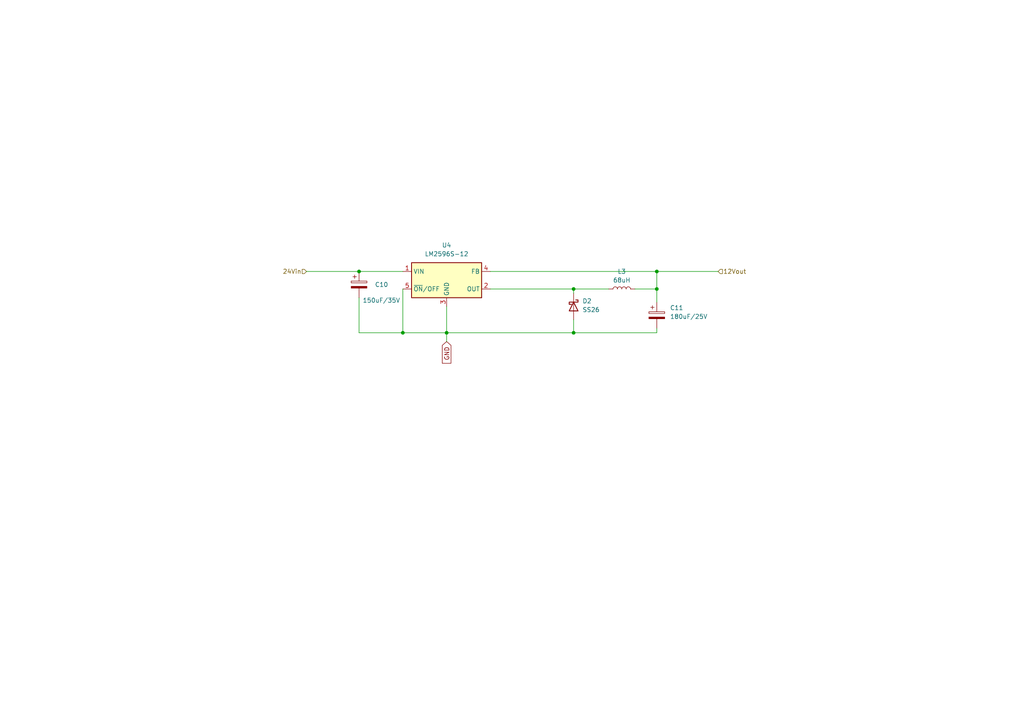
<source format=kicad_sch>
(kicad_sch
	(version 20231120)
	(generator "eeschema")
	(generator_version "8.0")
	(uuid "506afc0e-25f9-4da1-9e17-62d60956d185")
	(paper "A4")
	(lib_symbols
		(symbol "Device:C_Polarized"
			(pin_numbers hide)
			(pin_names
				(offset 0.254)
			)
			(exclude_from_sim no)
			(in_bom yes)
			(on_board yes)
			(property "Reference" "C"
				(at 0.635 2.54 0)
				(effects
					(font
						(size 1.27 1.27)
					)
					(justify left)
				)
			)
			(property "Value" "C_Polarized"
				(at 0.635 -2.54 0)
				(effects
					(font
						(size 1.27 1.27)
					)
					(justify left)
				)
			)
			(property "Footprint" ""
				(at 0.9652 -3.81 0)
				(effects
					(font
						(size 1.27 1.27)
					)
					(hide yes)
				)
			)
			(property "Datasheet" "~"
				(at 0 0 0)
				(effects
					(font
						(size 1.27 1.27)
					)
					(hide yes)
				)
			)
			(property "Description" "Polarized capacitor"
				(at 0 0 0)
				(effects
					(font
						(size 1.27 1.27)
					)
					(hide yes)
				)
			)
			(property "ki_keywords" "cap capacitor"
				(at 0 0 0)
				(effects
					(font
						(size 1.27 1.27)
					)
					(hide yes)
				)
			)
			(property "ki_fp_filters" "CP_*"
				(at 0 0 0)
				(effects
					(font
						(size 1.27 1.27)
					)
					(hide yes)
				)
			)
			(symbol "C_Polarized_0_1"
				(rectangle
					(start -2.286 0.508)
					(end 2.286 1.016)
					(stroke
						(width 0)
						(type default)
					)
					(fill
						(type none)
					)
				)
				(polyline
					(pts
						(xy -1.778 2.286) (xy -0.762 2.286)
					)
					(stroke
						(width 0)
						(type default)
					)
					(fill
						(type none)
					)
				)
				(polyline
					(pts
						(xy -1.27 2.794) (xy -1.27 1.778)
					)
					(stroke
						(width 0)
						(type default)
					)
					(fill
						(type none)
					)
				)
				(rectangle
					(start 2.286 -0.508)
					(end -2.286 -1.016)
					(stroke
						(width 0)
						(type default)
					)
					(fill
						(type outline)
					)
				)
			)
			(symbol "C_Polarized_1_1"
				(pin passive line
					(at 0 3.81 270)
					(length 2.794)
					(name "~"
						(effects
							(font
								(size 1.27 1.27)
							)
						)
					)
					(number "1"
						(effects
							(font
								(size 1.27 1.27)
							)
						)
					)
				)
				(pin passive line
					(at 0 -3.81 90)
					(length 2.794)
					(name "~"
						(effects
							(font
								(size 1.27 1.27)
							)
						)
					)
					(number "2"
						(effects
							(font
								(size 1.27 1.27)
							)
						)
					)
				)
			)
		)
		(symbol "Device:L"
			(pin_numbers hide)
			(pin_names
				(offset 1.016) hide)
			(exclude_from_sim no)
			(in_bom yes)
			(on_board yes)
			(property "Reference" "L"
				(at -1.27 0 90)
				(effects
					(font
						(size 1.27 1.27)
					)
				)
			)
			(property "Value" "L"
				(at 1.905 0 90)
				(effects
					(font
						(size 1.27 1.27)
					)
				)
			)
			(property "Footprint" ""
				(at 0 0 0)
				(effects
					(font
						(size 1.27 1.27)
					)
					(hide yes)
				)
			)
			(property "Datasheet" "~"
				(at 0 0 0)
				(effects
					(font
						(size 1.27 1.27)
					)
					(hide yes)
				)
			)
			(property "Description" "Inductor"
				(at 0 0 0)
				(effects
					(font
						(size 1.27 1.27)
					)
					(hide yes)
				)
			)
			(property "ki_keywords" "inductor choke coil reactor magnetic"
				(at 0 0 0)
				(effects
					(font
						(size 1.27 1.27)
					)
					(hide yes)
				)
			)
			(property "ki_fp_filters" "Choke_* *Coil* Inductor_* L_*"
				(at 0 0 0)
				(effects
					(font
						(size 1.27 1.27)
					)
					(hide yes)
				)
			)
			(symbol "L_0_1"
				(arc
					(start 0 -2.54)
					(mid 0.6323 -1.905)
					(end 0 -1.27)
					(stroke
						(width 0)
						(type default)
					)
					(fill
						(type none)
					)
				)
				(arc
					(start 0 -1.27)
					(mid 0.6323 -0.635)
					(end 0 0)
					(stroke
						(width 0)
						(type default)
					)
					(fill
						(type none)
					)
				)
				(arc
					(start 0 0)
					(mid 0.6323 0.635)
					(end 0 1.27)
					(stroke
						(width 0)
						(type default)
					)
					(fill
						(type none)
					)
				)
				(arc
					(start 0 1.27)
					(mid 0.6323 1.905)
					(end 0 2.54)
					(stroke
						(width 0)
						(type default)
					)
					(fill
						(type none)
					)
				)
			)
			(symbol "L_1_1"
				(pin passive line
					(at 0 3.81 270)
					(length 1.27)
					(name "1"
						(effects
							(font
								(size 1.27 1.27)
							)
						)
					)
					(number "1"
						(effects
							(font
								(size 1.27 1.27)
							)
						)
					)
				)
				(pin passive line
					(at 0 -3.81 90)
					(length 1.27)
					(name "2"
						(effects
							(font
								(size 1.27 1.27)
							)
						)
					)
					(number "2"
						(effects
							(font
								(size 1.27 1.27)
							)
						)
					)
				)
			)
		)
		(symbol "Diode:SS26"
			(pin_numbers hide)
			(pin_names
				(offset 1.016) hide)
			(exclude_from_sim no)
			(in_bom yes)
			(on_board yes)
			(property "Reference" "D"
				(at 0 2.54 0)
				(effects
					(font
						(size 1.27 1.27)
					)
				)
			)
			(property "Value" "SS26"
				(at 0 -2.54 0)
				(effects
					(font
						(size 1.27 1.27)
					)
				)
			)
			(property "Footprint" "Diode_SMD:D_SMA"
				(at 0 -4.445 0)
				(effects
					(font
						(size 1.27 1.27)
					)
					(hide yes)
				)
			)
			(property "Datasheet" "https://www.vishay.com/docs/88748/ss22.pdf"
				(at 0 0 0)
				(effects
					(font
						(size 1.27 1.27)
					)
					(hide yes)
				)
			)
			(property "Description" "60V 2A Schottky Diode, SMA"
				(at 0 0 0)
				(effects
					(font
						(size 1.27 1.27)
					)
					(hide yes)
				)
			)
			(property "ki_keywords" "diode Schottky"
				(at 0 0 0)
				(effects
					(font
						(size 1.27 1.27)
					)
					(hide yes)
				)
			)
			(property "ki_fp_filters" "D*SMA*"
				(at 0 0 0)
				(effects
					(font
						(size 1.27 1.27)
					)
					(hide yes)
				)
			)
			(symbol "SS26_0_1"
				(polyline
					(pts
						(xy 1.27 0) (xy -1.27 0)
					)
					(stroke
						(width 0)
						(type default)
					)
					(fill
						(type none)
					)
				)
				(polyline
					(pts
						(xy 1.27 1.27) (xy 1.27 -1.27) (xy -1.27 0) (xy 1.27 1.27)
					)
					(stroke
						(width 0.254)
						(type default)
					)
					(fill
						(type none)
					)
				)
				(polyline
					(pts
						(xy -1.905 0.635) (xy -1.905 1.27) (xy -1.27 1.27) (xy -1.27 -1.27) (xy -0.635 -1.27) (xy -0.635 -0.635)
					)
					(stroke
						(width 0.254)
						(type default)
					)
					(fill
						(type none)
					)
				)
			)
			(symbol "SS26_1_1"
				(pin passive line
					(at -3.81 0 0)
					(length 2.54)
					(name "K"
						(effects
							(font
								(size 1.27 1.27)
							)
						)
					)
					(number "1"
						(effects
							(font
								(size 1.27 1.27)
							)
						)
					)
				)
				(pin passive line
					(at 3.81 0 180)
					(length 2.54)
					(name "A"
						(effects
							(font
								(size 1.27 1.27)
							)
						)
					)
					(number "2"
						(effects
							(font
								(size 1.27 1.27)
							)
						)
					)
				)
			)
		)
		(symbol "Regulator_Switching:LM2596S-12"
			(exclude_from_sim no)
			(in_bom yes)
			(on_board yes)
			(property "Reference" "U"
				(at -10.16 6.35 0)
				(effects
					(font
						(size 1.27 1.27)
					)
					(justify left)
				)
			)
			(property "Value" "LM2596S-12"
				(at 0 6.35 0)
				(effects
					(font
						(size 1.27 1.27)
					)
					(justify left)
				)
			)
			(property "Footprint" "Package_TO_SOT_SMD:TO-263-5_TabPin3"
				(at 1.27 -6.35 0)
				(effects
					(font
						(size 1.27 1.27)
						(italic yes)
					)
					(justify left)
					(hide yes)
				)
			)
			(property "Datasheet" "http://www.ti.com/lit/ds/symlink/lm2596.pdf"
				(at 0 0 0)
				(effects
					(font
						(size 1.27 1.27)
					)
					(hide yes)
				)
			)
			(property "Description" "12V 3A Step-Down Voltage Regulator, TO-263"
				(at 0 0 0)
				(effects
					(font
						(size 1.27 1.27)
					)
					(hide yes)
				)
			)
			(property "ki_keywords" "Step-Down Voltage Regulator 12V 3A"
				(at 0 0 0)
				(effects
					(font
						(size 1.27 1.27)
					)
					(hide yes)
				)
			)
			(property "ki_fp_filters" "TO?263*"
				(at 0 0 0)
				(effects
					(font
						(size 1.27 1.27)
					)
					(hide yes)
				)
			)
			(symbol "LM2596S-12_0_1"
				(rectangle
					(start -10.16 5.08)
					(end 10.16 -5.08)
					(stroke
						(width 0.254)
						(type default)
					)
					(fill
						(type background)
					)
				)
			)
			(symbol "LM2596S-12_1_1"
				(pin power_in line
					(at -12.7 2.54 0)
					(length 2.54)
					(name "VIN"
						(effects
							(font
								(size 1.27 1.27)
							)
						)
					)
					(number "1"
						(effects
							(font
								(size 1.27 1.27)
							)
						)
					)
				)
				(pin output line
					(at 12.7 -2.54 180)
					(length 2.54)
					(name "OUT"
						(effects
							(font
								(size 1.27 1.27)
							)
						)
					)
					(number "2"
						(effects
							(font
								(size 1.27 1.27)
							)
						)
					)
				)
				(pin power_in line
					(at 0 -7.62 90)
					(length 2.54)
					(name "GND"
						(effects
							(font
								(size 1.27 1.27)
							)
						)
					)
					(number "3"
						(effects
							(font
								(size 1.27 1.27)
							)
						)
					)
				)
				(pin input line
					(at 12.7 2.54 180)
					(length 2.54)
					(name "FB"
						(effects
							(font
								(size 1.27 1.27)
							)
						)
					)
					(number "4"
						(effects
							(font
								(size 1.27 1.27)
							)
						)
					)
				)
				(pin input line
					(at -12.7 -2.54 0)
					(length 2.54)
					(name "~{ON}/OFF"
						(effects
							(font
								(size 1.27 1.27)
							)
						)
					)
					(number "5"
						(effects
							(font
								(size 1.27 1.27)
							)
						)
					)
				)
			)
		)
	)
	(junction
		(at 104.14 78.74)
		(diameter 0)
		(color 0 0 0 0)
		(uuid "1705c690-57d0-49b8-844e-d92cbbbff4ac")
	)
	(junction
		(at 116.84 96.52)
		(diameter 0)
		(color 0 0 0 0)
		(uuid "34ed9301-7a5f-45d9-a7ac-3f10d03639b6")
	)
	(junction
		(at 190.5 83.82)
		(diameter 0)
		(color 0 0 0 0)
		(uuid "3e81d12b-a600-492d-8269-c8eb38a73a59")
	)
	(junction
		(at 166.37 83.82)
		(diameter 0)
		(color 0 0 0 0)
		(uuid "51706e18-383f-4d5e-bb38-706e11d577b9")
	)
	(junction
		(at 129.54 96.52)
		(diameter 0)
		(color 0 0 0 0)
		(uuid "6b67ce2d-1b8b-4dca-a417-6b37661be0d2")
	)
	(junction
		(at 190.5 78.74)
		(diameter 0)
		(color 0 0 0 0)
		(uuid "dbe3a14a-269d-4b67-81ad-ae554557682e")
	)
	(junction
		(at 166.37 96.52)
		(diameter 0)
		(color 0 0 0 0)
		(uuid "fca7e938-82b8-416b-b715-3ea5bb371449")
	)
	(wire
		(pts
			(xy 129.54 96.52) (xy 129.54 99.06)
		)
		(stroke
			(width 0)
			(type default)
		)
		(uuid "0731726e-a813-48a1-aa1c-c008064f7120")
	)
	(wire
		(pts
			(xy 166.37 92.71) (xy 166.37 96.52)
		)
		(stroke
			(width 0)
			(type default)
		)
		(uuid "0a3fdf7f-1858-4e0a-bd7b-7086208f1ace")
	)
	(wire
		(pts
			(xy 104.14 96.52) (xy 116.84 96.52)
		)
		(stroke
			(width 0)
			(type default)
		)
		(uuid "44ede08f-4562-42ca-98b7-2df14e9234ca")
	)
	(wire
		(pts
			(xy 88.9 78.74) (xy 104.14 78.74)
		)
		(stroke
			(width 0)
			(type default)
		)
		(uuid "4626a400-3270-4a89-a9d9-ef29e849e01a")
	)
	(wire
		(pts
			(xy 142.24 78.74) (xy 190.5 78.74)
		)
		(stroke
			(width 0)
			(type default)
		)
		(uuid "4b79784e-4eaf-4ae5-a10c-5e91532471fa")
	)
	(wire
		(pts
			(xy 190.5 78.74) (xy 208.28 78.74)
		)
		(stroke
			(width 0)
			(type default)
		)
		(uuid "4b8337f8-9c34-4c40-9acf-2fed10b73bbe")
	)
	(wire
		(pts
			(xy 166.37 96.52) (xy 129.54 96.52)
		)
		(stroke
			(width 0)
			(type default)
		)
		(uuid "4da4327c-89e3-4377-9b75-f81e84f81b9d")
	)
	(wire
		(pts
			(xy 166.37 83.82) (xy 176.53 83.82)
		)
		(stroke
			(width 0)
			(type default)
		)
		(uuid "5361005f-bc2e-4c02-b101-67deac6287fe")
	)
	(wire
		(pts
			(xy 166.37 96.52) (xy 190.5 96.52)
		)
		(stroke
			(width 0)
			(type default)
		)
		(uuid "5b63f37b-3b13-4c72-ab43-ad06edbe508d")
	)
	(wire
		(pts
			(xy 166.37 83.82) (xy 166.37 85.09)
		)
		(stroke
			(width 0)
			(type default)
		)
		(uuid "6164bcf6-cc50-466f-9ff2-593254ac1494")
	)
	(wire
		(pts
			(xy 190.5 96.52) (xy 190.5 95.25)
		)
		(stroke
			(width 0)
			(type default)
		)
		(uuid "7a020a6f-c5d0-4535-a1e1-dcbf440461ab")
	)
	(wire
		(pts
			(xy 116.84 96.52) (xy 129.54 96.52)
		)
		(stroke
			(width 0)
			(type default)
		)
		(uuid "877348a0-0bde-472f-9cea-a7f6f78f3989")
	)
	(wire
		(pts
			(xy 104.14 86.36) (xy 104.14 96.52)
		)
		(stroke
			(width 0)
			(type default)
		)
		(uuid "8ab5677f-d247-4b91-b5a9-8f14cec94a25")
	)
	(wire
		(pts
			(xy 190.5 78.74) (xy 190.5 83.82)
		)
		(stroke
			(width 0)
			(type default)
		)
		(uuid "a10ba2df-5443-49b3-a48a-f4634abc00ed")
	)
	(wire
		(pts
			(xy 116.84 83.82) (xy 116.84 96.52)
		)
		(stroke
			(width 0)
			(type default)
		)
		(uuid "b3fb8558-82e0-4605-a3f4-3a9670cf40e5")
	)
	(wire
		(pts
			(xy 190.5 83.82) (xy 190.5 87.63)
		)
		(stroke
			(width 0)
			(type default)
		)
		(uuid "bd0f612a-d8c1-4c76-89d8-52070f73b8f4")
	)
	(wire
		(pts
			(xy 190.5 83.82) (xy 184.15 83.82)
		)
		(stroke
			(width 0)
			(type default)
		)
		(uuid "c78a1277-d00b-4e2d-98a1-8d1bd7edfa58")
	)
	(wire
		(pts
			(xy 104.14 78.74) (xy 116.84 78.74)
		)
		(stroke
			(width 0)
			(type default)
		)
		(uuid "d0168ac3-f9b9-41b4-bf1b-52424a2b6f76")
	)
	(wire
		(pts
			(xy 142.24 83.82) (xy 166.37 83.82)
		)
		(stroke
			(width 0)
			(type default)
		)
		(uuid "db13c75d-ddeb-4c3b-8968-b8cd2fcb2e5c")
	)
	(wire
		(pts
			(xy 129.54 88.9) (xy 129.54 96.52)
		)
		(stroke
			(width 0)
			(type default)
		)
		(uuid "e6f7d402-c89d-40bd-b0a9-c6aad3f0489d")
	)
	(global_label "GND"
		(shape input)
		(at 129.54 99.06 270)
		(fields_autoplaced yes)
		(effects
			(font
				(size 1.27 1.27)
			)
			(justify right)
		)
		(uuid "6e24eb46-76b7-4218-a19b-9cff4610e50c")
		(property "Intersheetrefs" "${INTERSHEET_REFS}"
			(at 129.54 106.0108 90)
			(effects
				(font
					(size 1.27 1.27)
				)
				(justify right)
				(hide yes)
			)
		)
	)
	(hierarchical_label "24Vin"
		(shape input)
		(at 88.9 78.74 180)
		(fields_autoplaced yes)
		(effects
			(font
				(size 1.27 1.27)
			)
			(justify right)
		)
		(uuid "59179242-c361-454c-9c54-80ec520b2ccc")
	)
	(hierarchical_label "12Vout"
		(shape input)
		(at 208.28 78.74 0)
		(fields_autoplaced yes)
		(effects
			(font
				(size 1.27 1.27)
			)
			(justify left)
		)
		(uuid "829ee781-1a98-4f66-81ce-346ad01bff12")
	)
	(symbol
		(lib_id "Device:C_Polarized")
		(at 190.5 91.44 0)
		(unit 1)
		(exclude_from_sim no)
		(in_bom yes)
		(on_board yes)
		(dnp no)
		(fields_autoplaced yes)
		(uuid "13af3db0-9740-428f-aa01-5eb2386e2385")
		(property "Reference" "C11"
			(at 194.31 89.2809 0)
			(effects
				(font
					(size 1.27 1.27)
				)
				(justify left)
			)
		)
		(property "Value" "180uF/25V"
			(at 194.31 91.8209 0)
			(effects
				(font
					(size 1.27 1.27)
				)
				(justify left)
			)
		)
		(property "Footprint" "A768KE187M1ELAE029:CAPAE830X700N"
			(at 191.4652 95.25 0)
			(effects
				(font
					(size 1.27 1.27)
				)
				(hide yes)
			)
		)
		(property "Datasheet" "~"
			(at 190.5 91.44 0)
			(effects
				(font
					(size 1.27 1.27)
				)
				(hide yes)
			)
		)
		(property "Description" "Polarized capacitor"
			(at 190.5 91.44 0)
			(effects
				(font
					(size 1.27 1.27)
				)
				(hide yes)
			)
		)
		(pin "2"
			(uuid "35bb39c4-e5bf-44e8-8108-41a926401bec")
		)
		(pin "1"
			(uuid "f51ab0f9-ba07-4164-9670-514caba53f69")
		)
		(instances
			(project "AstroHAT"
				(path "/e63e39d7-6ac0-4ffd-8aa3-1841a4541b55/6fb1e4ed-f262-4a97-8ba6-259d3c538662"
					(reference "C11")
					(unit 1)
				)
			)
		)
	)
	(symbol
		(lib_id "Device:L")
		(at 180.34 83.82 90)
		(unit 1)
		(exclude_from_sim no)
		(in_bom yes)
		(on_board yes)
		(dnp no)
		(fields_autoplaced yes)
		(uuid "30ebcbd6-a15d-421a-8be3-2d7eeea6082d")
		(property "Reference" "L3"
			(at 180.34 78.74 90)
			(effects
				(font
					(size 1.27 1.27)
				)
			)
		)
		(property "Value" "68uH"
			(at 180.34 81.28 90)
			(effects
				(font
					(size 1.27 1.27)
				)
			)
		)
		(property "Footprint" "PA4344.683NLT:PA4344683NLT"
			(at 180.34 83.82 0)
			(effects
				(font
					(size 1.27 1.27)
				)
				(hide yes)
			)
		)
		(property "Datasheet" "~"
			(at 180.34 83.82 0)
			(effects
				(font
					(size 1.27 1.27)
				)
				(hide yes)
			)
		)
		(property "Description" "Inductor"
			(at 180.34 83.82 0)
			(effects
				(font
					(size 1.27 1.27)
				)
				(hide yes)
			)
		)
		(pin "1"
			(uuid "1e7ed64e-c774-48aa-bd4c-f5a746630b21")
		)
		(pin "2"
			(uuid "c3509ca4-c2ea-4ba9-9ffc-6fefc806698f")
		)
		(instances
			(project "AstroHAT"
				(path "/e63e39d7-6ac0-4ffd-8aa3-1841a4541b55/6fb1e4ed-f262-4a97-8ba6-259d3c538662"
					(reference "L3")
					(unit 1)
				)
			)
		)
	)
	(symbol
		(lib_id "Device:C_Polarized")
		(at 104.14 82.55 0)
		(unit 1)
		(exclude_from_sim no)
		(in_bom yes)
		(on_board yes)
		(dnp no)
		(uuid "39cc4786-b350-4fd7-a54e-b32f63d1004e")
		(property "Reference" "C10"
			(at 108.712 82.55 0)
			(effects
				(font
					(size 1.27 1.27)
				)
				(justify left)
			)
		)
		(property "Value" "150uF/35V"
			(at 105.156 87.122 0)
			(effects
				(font
					(size 1.27 1.27)
				)
				(justify left)
			)
		)
		(property "Footprint" "EEH-ZA1V151P:EEHZA1H680P"
			(at 105.1052 86.36 0)
			(effects
				(font
					(size 1.27 1.27)
				)
				(hide yes)
			)
		)
		(property "Datasheet" "~"
			(at 104.14 82.55 0)
			(effects
				(font
					(size 1.27 1.27)
				)
				(hide yes)
			)
		)
		(property "Description" "Polarized capacitor"
			(at 104.14 82.55 0)
			(effects
				(font
					(size 1.27 1.27)
				)
				(hide yes)
			)
		)
		(pin "2"
			(uuid "a43926bc-0b62-4376-9b66-58c5d4205655")
		)
		(pin "1"
			(uuid "7aa42c51-01d0-4d3c-bf9f-d50c09dadcea")
		)
		(instances
			(project "AstroHAT"
				(path "/e63e39d7-6ac0-4ffd-8aa3-1841a4541b55/6fb1e4ed-f262-4a97-8ba6-259d3c538662"
					(reference "C10")
					(unit 1)
				)
			)
		)
	)
	(symbol
		(lib_id "Regulator_Switching:LM2596S-12")
		(at 129.54 81.28 0)
		(unit 1)
		(exclude_from_sim no)
		(in_bom yes)
		(on_board yes)
		(dnp no)
		(fields_autoplaced yes)
		(uuid "44aeeff3-1b2c-44b9-9303-96006ebe6777")
		(property "Reference" "U4"
			(at 129.54 71.12 0)
			(effects
				(font
					(size 1.27 1.27)
				)
			)
		)
		(property "Value" "LM2596S-12"
			(at 129.54 73.66 0)
			(effects
				(font
					(size 1.27 1.27)
				)
			)
		)
		(property "Footprint" "Package_TO_SOT_SMD:TO-263-5_TabPin3"
			(at 130.81 87.63 0)
			(effects
				(font
					(size 1.27 1.27)
					(italic yes)
				)
				(justify left)
				(hide yes)
			)
		)
		(property "Datasheet" "http://www.ti.com/lit/ds/symlink/lm2596.pdf"
			(at 129.54 81.28 0)
			(effects
				(font
					(size 1.27 1.27)
				)
				(hide yes)
			)
		)
		(property "Description" "12V 3A Step-Down Voltage Regulator, TO-263"
			(at 129.54 81.28 0)
			(effects
				(font
					(size 1.27 1.27)
				)
				(hide yes)
			)
		)
		(pin "1"
			(uuid "87632a3b-bb08-4166-9508-41e69a77a012")
		)
		(pin "2"
			(uuid "48a36dcd-4008-4323-b1db-e5b1533ed826")
		)
		(pin "3"
			(uuid "9a4811f6-22bd-4be1-8083-6edbab7a9438")
		)
		(pin "5"
			(uuid "6e37bd60-749a-4065-9c28-97b64b5611d1")
		)
		(pin "4"
			(uuid "c6f6ca03-cf5a-4414-acbc-381b7c86af50")
		)
		(instances
			(project "AstroHAT"
				(path "/e63e39d7-6ac0-4ffd-8aa3-1841a4541b55/6fb1e4ed-f262-4a97-8ba6-259d3c538662"
					(reference "U4")
					(unit 1)
				)
			)
		)
	)
	(symbol
		(lib_id "Diode:SS26")
		(at 166.37 88.9 270)
		(unit 1)
		(exclude_from_sim no)
		(in_bom yes)
		(on_board yes)
		(dnp no)
		(fields_autoplaced yes)
		(uuid "951a6f0c-2c9a-4044-a009-2546c9ca4f44")
		(property "Reference" "D2"
			(at 168.91 87.3124 90)
			(effects
				(font
					(size 1.27 1.27)
				)
				(justify left)
			)
		)
		(property "Value" "SS26"
			(at 168.91 89.8524 90)
			(effects
				(font
					(size 1.27 1.27)
				)
				(justify left)
			)
		)
		(property "Footprint" "Diode_SMD:D_SMA"
			(at 161.925 88.9 0)
			(effects
				(font
					(size 1.27 1.27)
				)
				(hide yes)
			)
		)
		(property "Datasheet" "https://www.vishay.com/docs/88748/ss22.pdf"
			(at 166.37 88.9 0)
			(effects
				(font
					(size 1.27 1.27)
				)
				(hide yes)
			)
		)
		(property "Description" "60V 2A Schottky Diode, SMA"
			(at 166.37 88.9 0)
			(effects
				(font
					(size 1.27 1.27)
				)
				(hide yes)
			)
		)
		(pin "1"
			(uuid "5a3e5d96-0602-4f0b-8e03-fcb13ada8e22")
		)
		(pin "2"
			(uuid "c3299651-ccae-44e7-b906-e864beda2ada")
		)
		(instances
			(project "AstroHAT"
				(path "/e63e39d7-6ac0-4ffd-8aa3-1841a4541b55/6fb1e4ed-f262-4a97-8ba6-259d3c538662"
					(reference "D2")
					(unit 1)
				)
			)
		)
	)
)

</source>
